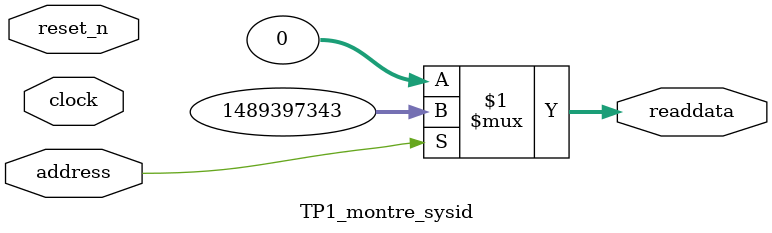
<source format=v>

`timescale 1ns / 1ps
// synthesis translate_on

// turn off superfluous verilog processor warnings 
// altera message_level Level1 
// altera message_off 10034 10035 10036 10037 10230 10240 10030 

module TP1_montre_sysid (
               // inputs:
                address,
                clock,
                reset_n,

               // outputs:
                readdata
             )
;

  output  [ 31: 0] readdata;
  input            address;
  input            clock;
  input            reset_n;

  wire    [ 31: 0] readdata;
  //control_slave, which is an e_avalon_slave
  assign readdata = address ? 1489397343 : 0;

endmodule




</source>
